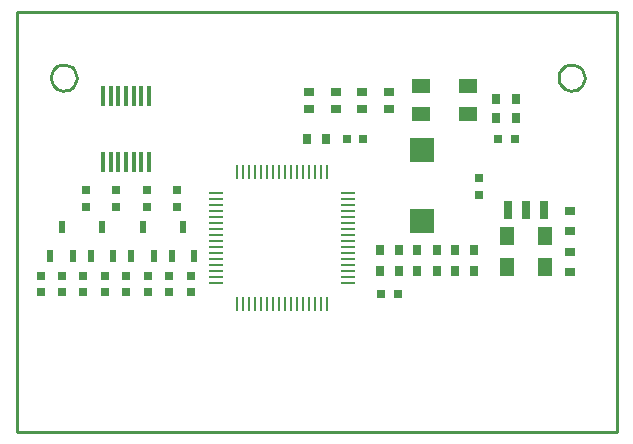
<source format=gtp>
G04*
G04 #@! TF.GenerationSoftware,Altium Limited,Altium Designer,21.8.1 (53)*
G04*
G04 Layer_Color=8421504*
%FSLAX25Y25*%
%MOIN*%
G70*
G04*
G04 #@! TF.SameCoordinates,187DA05A-B4E4-4C7B-AEA6-211E795FDF11*
G04*
G04*
G04 #@! TF.FilePolarity,Positive*
G04*
G01*
G75*
%ADD11C,0.01000*%
%ADD18R,0.06299X0.04724*%
%ADD19R,0.07874X0.08268*%
%ADD20R,0.05000X0.01000*%
%ADD21R,0.01000X0.05000*%
%ADD22R,0.03543X0.03150*%
%ADD23R,0.04724X0.06496*%
%ADD24R,0.02646X0.06201*%
%ADD25R,0.03000X0.03000*%
%ADD26R,0.03000X0.03000*%
%ADD27R,0.03150X0.03543*%
%ADD28R,0.01575X0.06693*%
%ADD29R,0.02362X0.04213*%
%ADD30R,0.03347X0.02756*%
D11*
X20079Y118110D02*
X19962Y119109D01*
X19618Y120054D01*
X19065Y120894D01*
X18334Y121584D01*
X17463Y122087D01*
X16500Y122375D01*
X15496Y122434D01*
X14506Y122259D01*
X13583Y121861D01*
X12776Y121260D01*
X12130Y120490D01*
X11678Y119591D01*
X11447Y118613D01*
Y117607D01*
X11678Y116629D01*
X12130Y115731D01*
X12776Y114960D01*
X13583Y114360D01*
X14506Y113962D01*
X15496Y113787D01*
X16500Y113845D01*
X17463Y114134D01*
X18334Y114637D01*
X19065Y115326D01*
X19618Y116167D01*
X19962Y117112D01*
X20079Y118110D01*
X189370D02*
X189253Y119109D01*
X188909Y120054D01*
X188357Y120894D01*
X187626Y121584D01*
X186755Y122087D01*
X185791Y122375D01*
X184788Y122434D01*
X183797Y122259D01*
X182874Y121861D01*
X182068Y121260D01*
X181421Y120490D01*
X180970Y119591D01*
X180738Y118613D01*
Y117607D01*
X180970Y116629D01*
X181421Y115731D01*
X182068Y114960D01*
X182874Y114360D01*
X183797Y113962D01*
X184788Y113787D01*
X185791Y113845D01*
X186755Y114134D01*
X187626Y114637D01*
X188357Y115326D01*
X188909Y116167D01*
X189253Y117112D01*
X189370Y118110D01*
X0Y0D02*
X200000D01*
X0Y140000D02*
X200000D01*
Y0D02*
Y140000D01*
X0Y0D02*
Y140000D01*
D18*
X134752Y115449D02*
D03*
X150500D02*
D03*
Y106000D02*
D03*
X134752D02*
D03*
D19*
X135000Y93811D02*
D03*
Y70189D02*
D03*
D20*
X66500Y67500D02*
D03*
Y79500D02*
D03*
Y77500D02*
D03*
Y75500D02*
D03*
Y73500D02*
D03*
Y71500D02*
D03*
Y69500D02*
D03*
Y65500D02*
D03*
X110500Y79500D02*
D03*
Y77500D02*
D03*
Y75500D02*
D03*
Y73500D02*
D03*
Y71500D02*
D03*
Y69500D02*
D03*
Y67500D02*
D03*
Y65500D02*
D03*
X66500Y63500D02*
D03*
Y61500D02*
D03*
Y59500D02*
D03*
Y57500D02*
D03*
Y55500D02*
D03*
Y53500D02*
D03*
Y51500D02*
D03*
Y49500D02*
D03*
X110500Y63500D02*
D03*
Y61500D02*
D03*
Y59500D02*
D03*
Y57500D02*
D03*
Y55500D02*
D03*
Y53500D02*
D03*
Y51500D02*
D03*
Y49500D02*
D03*
D21*
X73500Y86500D02*
D03*
X75500D02*
D03*
X77500D02*
D03*
X79500D02*
D03*
X81500D02*
D03*
X83500D02*
D03*
X85500D02*
D03*
X87500D02*
D03*
X89500D02*
D03*
X91500D02*
D03*
X93500D02*
D03*
X95500D02*
D03*
X97500D02*
D03*
X99500D02*
D03*
X101500D02*
D03*
X103500D02*
D03*
X73500Y42500D02*
D03*
X75500D02*
D03*
X77500D02*
D03*
X79500D02*
D03*
X81500D02*
D03*
X83500D02*
D03*
X85500D02*
D03*
X87500D02*
D03*
X89500D02*
D03*
X91500D02*
D03*
X93500D02*
D03*
X95500D02*
D03*
X97500D02*
D03*
X99500D02*
D03*
X101500D02*
D03*
X103500D02*
D03*
D22*
X184500Y53419D02*
D03*
Y60000D02*
D03*
Y73500D02*
D03*
Y66919D02*
D03*
D23*
X163589Y54877D02*
D03*
X175990D02*
D03*
X163589Y65251D02*
D03*
X175990D02*
D03*
D24*
X163841Y74075D02*
D03*
X169746D02*
D03*
X175652D02*
D03*
D25*
X154000Y79000D02*
D03*
Y84500D02*
D03*
X58000Y52000D02*
D03*
Y46500D02*
D03*
X43714Y52000D02*
D03*
Y46500D02*
D03*
X29429Y52000D02*
D03*
Y46500D02*
D03*
X15143Y52000D02*
D03*
Y46500D02*
D03*
X50857Y52000D02*
D03*
Y46500D02*
D03*
X8000D02*
D03*
Y52000D02*
D03*
X22286Y46500D02*
D03*
Y52000D02*
D03*
X33167Y80500D02*
D03*
Y75000D02*
D03*
X36571Y46500D02*
D03*
Y52000D02*
D03*
X43333Y80500D02*
D03*
Y75000D02*
D03*
X53500Y80500D02*
D03*
Y75000D02*
D03*
X23000Y80500D02*
D03*
Y75000D02*
D03*
D26*
X166000Y97500D02*
D03*
X160500D02*
D03*
X121500Y46000D02*
D03*
X127000D02*
D03*
X110000Y97500D02*
D03*
X115500D02*
D03*
D27*
X159919Y104500D02*
D03*
X166500D02*
D03*
X159971Y111000D02*
D03*
X166552D02*
D03*
X152581Y53500D02*
D03*
X146000D02*
D03*
X133500D02*
D03*
X140081D02*
D03*
X121000D02*
D03*
X127581D02*
D03*
X146000Y60500D02*
D03*
X152581D02*
D03*
X133500D02*
D03*
X140081D02*
D03*
X121000D02*
D03*
X127581D02*
D03*
X96709Y97500D02*
D03*
X103291D02*
D03*
D28*
X28823Y112024D02*
D03*
X31382Y112024D02*
D03*
X33941D02*
D03*
X36500Y112024D02*
D03*
X39059Y112024D02*
D03*
X41618D02*
D03*
X44177Y112024D02*
D03*
X44177Y89976D02*
D03*
X41618Y89976D02*
D03*
X39059D02*
D03*
X36500Y89976D02*
D03*
X33941Y89976D02*
D03*
X31382D02*
D03*
X28823Y89976D02*
D03*
D29*
X15000Y68363D02*
D03*
X18740Y58638D02*
D03*
X11260D02*
D03*
X42000Y68363D02*
D03*
X45740Y58638D02*
D03*
X38260D02*
D03*
X28500Y68363D02*
D03*
X32240Y58638D02*
D03*
X24760D02*
D03*
X55500Y68363D02*
D03*
X59240Y58638D02*
D03*
X51760D02*
D03*
D30*
X97500Y113294D02*
D03*
Y107500D02*
D03*
X106333Y113294D02*
D03*
Y107500D02*
D03*
X115167Y113294D02*
D03*
Y107500D02*
D03*
X124000Y113294D02*
D03*
Y107500D02*
D03*
M02*

</source>
